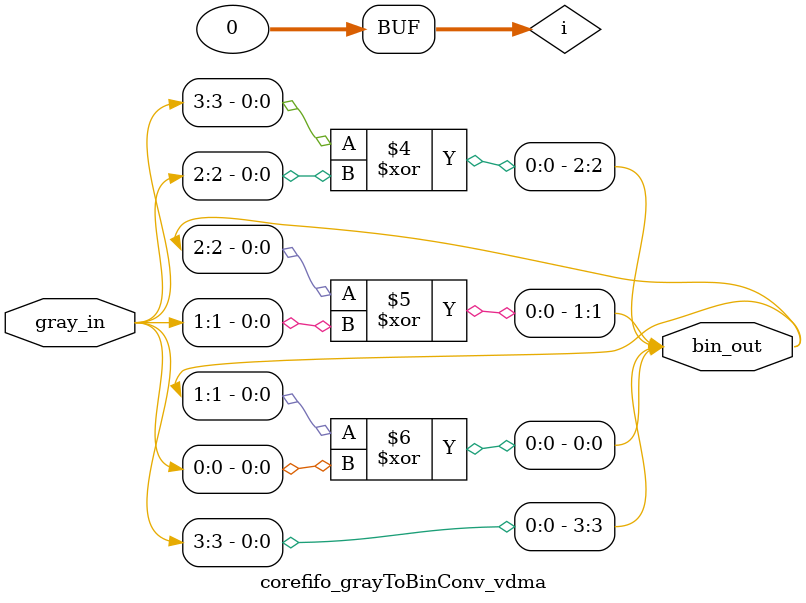
<source format=v>

`timescale 1ns / 100ps

module corefifo_grayToBinConv_vdma (
                                         gray_in,
                                         bin_out
                                        );

   // --------------------------------------------------------------------------
   // Parameter Declaration
   // --------------------------------------------------------------------------
   parameter ADDRWIDTH  = 3;
  // parameter SYNC_RESET = 0;   

   // --------------------------------------------------------------------------
   // I/O Declaration
   // --------------------------------------------------------------------------

   //--------
   // Inputs
   //--------
   input [ADDRWIDTH:0]    gray_in;

   //---------
   // Outputs
   //---------
   output [ADDRWIDTH:0] bin_out;

   // --------------------------------------------------------------------------
   // Internal signals
   // --------------------------------------------------------------------------
   reg [ADDRWIDTH:0]      bin_out;   
   integer                i;
   

   // --------------------------------------------------------------------------
   //                               Start - of - Code
   // --------------------------------------------------------------------------


   // --------------------------------------------------------------------------
   // Logic to Convert the Gray code to Binary
   // --------------------------------------------------------------------------
   always @(*) begin

      bin_out[ADDRWIDTH]  = gray_in[ADDRWIDTH];      
end
always @(*) begin
      for(i=ADDRWIDTH;i>0;i = i-1) begin
         bin_out[i-1]     = (bin_out[i] ^ gray_in[i-1]);
      end

   end

endmodule // corefifo_grayToBinConv

// --------------------------------------------------------------------------
//                             End - of - Code
// --------------------------------------------------------------------------

</source>
